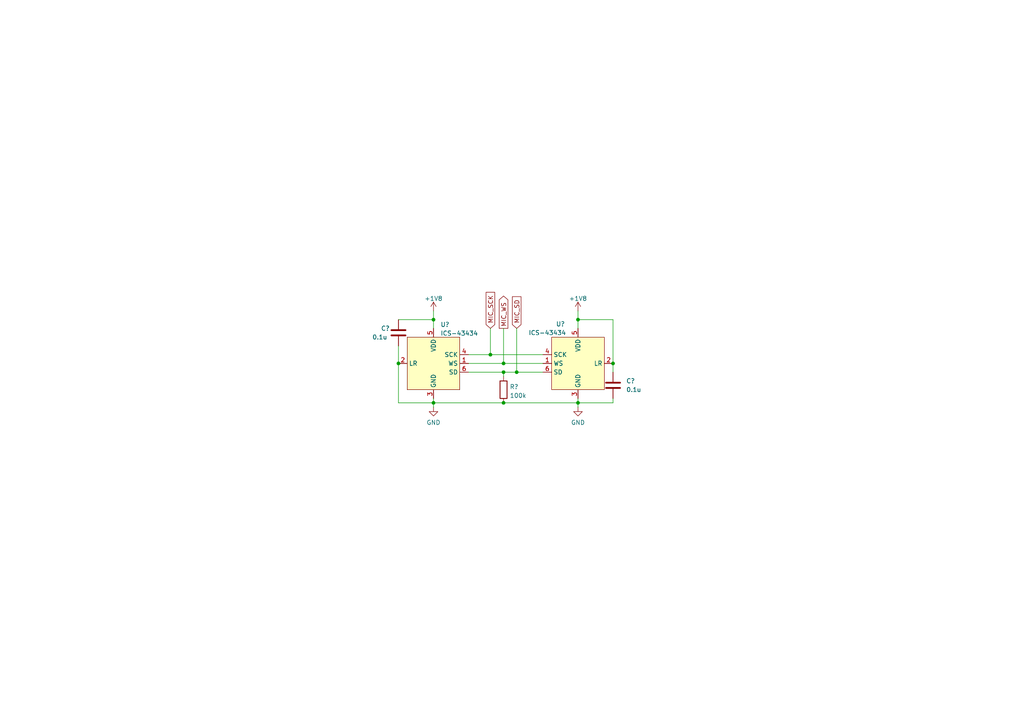
<source format=kicad_sch>
(kicad_sch (version 20211123) (generator eeschema)
  (paper "A4")
  (lib_symbols
    (symbol "Device:C" (pin_numbers hide) (pin_names (offset 0.254))
      (property "Reference" "C" (at 0.635 2.54 0))
      (property "Value" "C" (at 0.635 -2.54 0))
      (symbol "C_0_1"
        (polyline (pts (xy -2.032 -0.762) (xy 2.032 -0.762)) (stroke (width 0.508)))
        (polyline (pts (xy -2.032 0.762) (xy 2.032 0.762)) (stroke (width 0.508)))
      )
      (symbol "C_1_1"
        (pin passive line (at 0 3.81 270) (length 2.794) (name "~") (number "1"))
        (pin passive line (at 0 -3.81 90) (length 2.794) (name "~") (number "2"))
      )
    )
    (symbol "Device:R" (pin_numbers hide) (pin_names (offset 0))
      (property "Reference" "R" (at 2.032 0 90))
      (property "Value" "R" (at 0 0 90))
      (symbol "R_0_1"
        (rectangle (start -1.016 -2.54) (end 1.016 2.54) (stroke (width 0.254)))
      )
      (symbol "R_1_1"
        (pin passive line (at 0 3.81 270) (length 1.27) (name "~") (number "1"))
        (pin passive line (at 0 -3.81 90) (length 1.27) (name "~") (number "2"))
      )
    )
    (symbol "I2S_MEMS_Microphone:ICS-43434"
      (property "Reference" "U" (at 7.62 12.7 0))
      (property "Value" "ICS-43434" (at 7.62 10.16 0))
      (symbol "ICS-43434_0_1"
        (rectangle (start -7.62 7.62) (end 7.62 -7.62) (stroke (width 0.1524)) (fill (type background)))
      )
      (symbol "ICS-43434_1_1"
        (pin input line (at 10.16 0 180) (length 2.54) (name "WS") (number "1"))
        (pin input line (at -10.16 0 0) (length 2.54) (name "LR") (number "2"))
        (pin power_in line (at 0 -10.16 90) (length 2.54) (name "GND") (number "3"))
        (pin input line (at 10.16 2.54 180) (length 2.54) (name "SCK") (number "4"))
        (pin power_in line (at 0 10.16 270) (length 2.54) (name "VDD") (number "5"))
        (pin output line (at 10.16 -2.54 180) (length 2.54) (name "SD") (number "6"))
      )
    )
    (symbol "power:+1V8" (power) (pin_names (offset 0))
      (property "Value" "+1V8" (at 0 3.556 0))
      (symbol "+1V8_0_1"
        (polyline (pts (xy -0.762 1.27) (xy 0 2.54)))
        (polyline (pts (xy 0 0) (xy 0 2.54)))
        (polyline (pts (xy 0 2.54) (xy 0.762 1.27)))
      )
      (symbol "+1V8_1_1"
        (pin power_in line (at 0 0 90) (length 0) hide (name "+1V8") (number "1"))
      )
    )
    (symbol "power:GND" (power) (pin_names (offset 0))
      (property "Value" "GND" (at 0 -3.81 0))
      (symbol "GND_0_1"
        (polyline (pts (xy 0 0) (xy 0 -1.27) (xy 1.27 -1.27) (xy 0 -2.54) (xy -1.27 -1.27) (xy 0 -1.27)))
      )
      (symbol "GND_1_1"
        (pin power_in line (at 0 0 270) (length 0) hide (name "GND") (number "1"))
      )
    )
  )
  (junction (at 142.24 102.87))
  (junction (at 167.64 92.71))
  (junction (at 167.64 116.84))
  (junction (at 146.05 105.41))
  (junction (at 125.73 116.84))
  (junction (at 125.73 92.71))
  (junction (at 177.8 105.41))
  (junction (at 149.86 107.95))
  (junction (at 146.05 116.84))
  (junction (at 146.05 107.95))
  (junction (at 115.57 105.41))
  (wire (pts (xy 135.89 107.95) (xy 146.05 107.95)))
  (wire (pts (xy 125.73 116.84) (xy 125.73 118.11)))
  (wire (pts (xy 177.8 92.71) (xy 167.64 92.71)))
  (wire (pts (xy 135.89 102.87) (xy 142.24 102.87)))
  (wire (pts (xy 125.73 116.84) (xy 146.05 116.84)))
  (wire (pts (xy 177.8 116.84) (xy 167.64 116.84)))
  (wire (pts (xy 115.57 105.41) (xy 115.57 116.84)))
  (wire (pts (xy 125.73 90.17) (xy 125.73 92.71)))
  (wire (pts (xy 167.64 90.17) (xy 167.64 92.71)))
  (wire (pts (xy 125.73 92.71) (xy 125.73 95.25)))
  (wire (pts (xy 146.05 105.41) (xy 157.48 105.41)))
  (wire (pts (xy 115.57 100.33) (xy 115.57 105.41)))
  (wire (pts (xy 177.8 105.41) (xy 177.8 92.71)))
  (wire (pts (xy 177.8 115.57) (xy 177.8 116.84)))
  (wire (pts (xy 167.64 115.57) (xy 167.64 116.84)))
  (wire (pts (xy 115.57 116.84) (xy 125.73 116.84)))
  (wire (pts (xy 167.64 92.71) (xy 167.64 95.25)))
  (wire (pts (xy 149.86 107.95) (xy 157.48 107.95)))
  (wire (pts (xy 146.05 107.95) (xy 149.86 107.95)))
  (wire (pts (xy 177.8 105.41) (xy 177.8 107.95)))
  (wire (pts (xy 167.64 116.84) (xy 167.64 118.11)))
  (wire (pts (xy 115.57 92.71) (xy 125.73 92.71)))
  (wire (pts (xy 146.05 107.95) (xy 146.05 109.22)))
  (wire (pts (xy 142.24 95.25) (xy 142.24 102.87)))
  (wire (pts (xy 149.86 95.25) (xy 149.86 107.95)))
  (wire (pts (xy 146.05 116.84) (xy 167.64 116.84)))
  (wire (pts (xy 146.05 95.25) (xy 146.05 105.41)))
  (wire (pts (xy 142.24 102.87) (xy 157.48 102.87)))
  (wire (pts (xy 125.73 115.57) (xy 125.73 116.84)))
  (wire (pts (xy 135.89 105.41) (xy 146.05 105.41)))
  (global_label "MIC_SD" (shape input) (at 149.86 95.25 90) (property "Intersheet References" "${INTERSHEET_REFS}" (effects hide)))
  (global_label "MIC_WS" (shape output) (at 146.05 95.25 90) (property "Intersheet References" "${INTERSHEET_REFS}" (effects hide)))
  (global_label "MIC_SCK" (shape input) (at 142.24 95.25 90) (property "Intersheet References" "${INTERSHEET_REFS}" (effects hide)))
  (symbol (lib_id "I2S_MEMS_Microphone:ICS-43434") (at 125.73 105.41 0) (unit 1)
    (property "Reference" "U?" (at 127.7494 94.141 0) (effects (justify left)))
    (property "Value" "ICS-43434" (at 127.7494 96.6779 0) (effects (justify left)))
  )
  (symbol (lib_id "power:+1V8") (at 125.73 90.17 0) (unit 1)
    (property "Reference" "#PWR?" (effects hide))
    (property "Value" "+1V8" (at 125.73 86.5942 0))
  )
  (symbol (lib_id "Device:C") (at 177.8 111.76 0) (unit 1)
    (property "Reference" "C?" (at 181.61 110.49 0) (effects (justify left)))
    (property "Value" "0.1u" (at 181.61 113.03 0) (effects (justify left)))
  )
  (symbol (lib_id "power:+1V8") (at 167.64 90.17 0) (unit 1)
    (property "Reference" "#PWR?" (effects hide))
    (property "Value" "+1V8" (at 167.64 86.5942 0))
  )
  (symbol (lib_id "I2S_MEMS_Microphone:ICS-43434") (at 167.64 105.41 0) (mirror y) (unit 1)
    (property "Reference" "U?" (at 162.56 93.98 0))
    (property "Value" "ICS-43434" (at 158.75 96.5169 0))
  )
  (symbol (lib_id "power:GND") (at 167.64 118.11 0) (unit 1)
    (property "Reference" "#PWR?" (effects hide))
    (property "Value" "GND" (at 167.64 122.5534 0))
  )
  (symbol (lib_id "Device:C") (at 115.57 96.52 0) (unit 1)
    (property "Reference" "C?" (at 110.49 95.25 0) (effects (justify left)))
    (property "Value" "0.1u" (at 107.95 97.79 0) (effects (justify left)))
  )
  (symbol (lib_id "Device:R") (at 146.05 113.03 0) (unit 1)
    (property "Reference" "R?" (at 147.828 112.1953 0) (effects (justify left)))
    (property "Value" "100k" (at 147.828 114.7322 0) (effects (justify left)))
  )
  (symbol (lib_id "power:GND") (at 125.73 118.11 0) (unit 1)
    (property "Reference" "#PWR?" (effects hide))
    (property "Value" "GND" (at 125.73 122.5534 0))
  )
)
</source>
